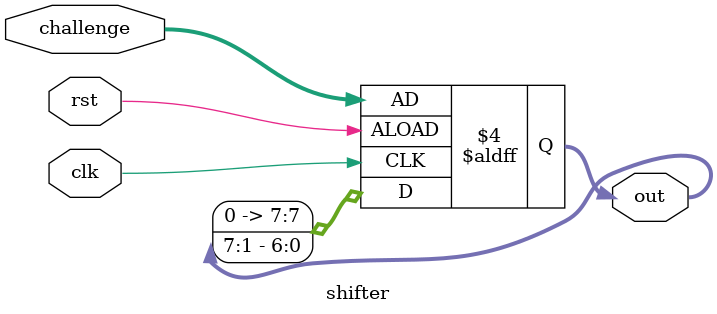
<source format=v>
module shifter(challenge,out,clk,rst);
input [7:0] challenge;
input clk,rst;
output reg [7:0] out;
always@(posedge clk or posedge rst)
begin
if(rst==1)
out<=challenge;
else
out<=out>>1;
end
endmodule

</source>
